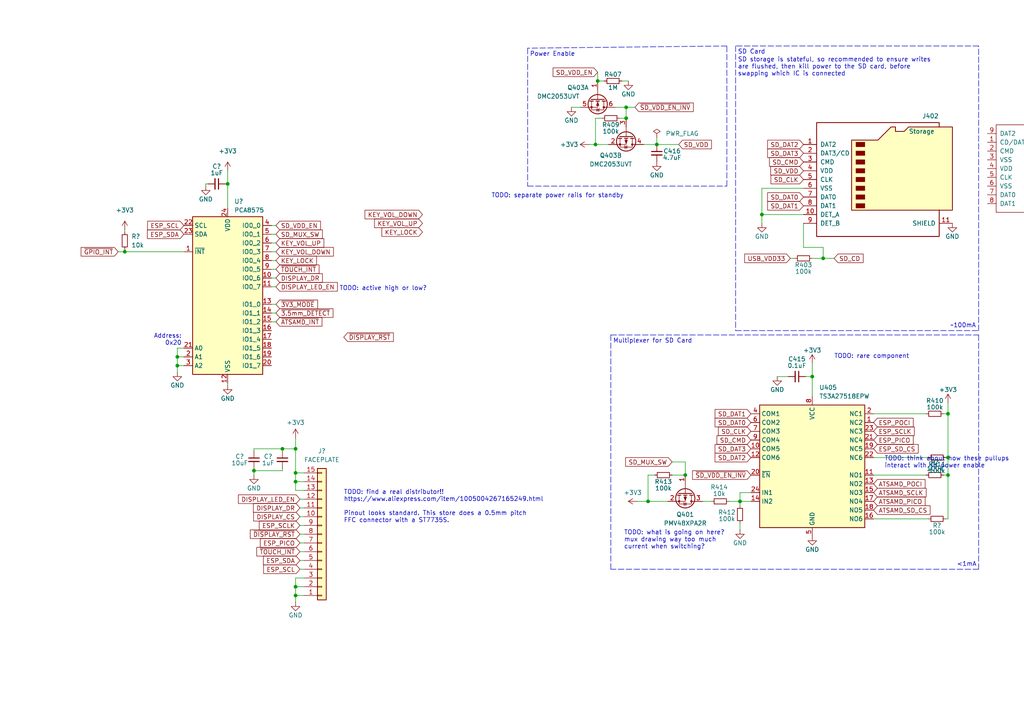
<source format=kicad_sch>
(kicad_sch (version 20211123) (generator eeschema)
  (paper "A4")
  (title_block (title "gay ipod storage + usb interface") (date "2022-09-04") (rev "1"))
  (lib_symbols
    (symbol "Analog_Switch:TS3A27518EPW"
      (property "Reference" "U" (at -13.97 19.05 0))
      (property "Value" "TS3A27518EPW" (at 8.89 19.05 0))
      (symbol "TS3A27518EPW_0_1"
        (rectangle (start 15.24 -17.78) (end -15.24 17.78) (stroke (width 0.254)) (fill (type background)))
      )
      (symbol "TS3A27518EPW_1_1"
        (pin bidirectional line (at 17.78 12.7 180) (length 2.54) (name "NC2") (number "1"))
        (pin bidirectional line (at -17.78 5.08 0) (length 2.54) (name "COM5") (number "10"))
        (pin bidirectional line (at 17.78 -2.54 180) (length 2.54) (name "NO1") (number "11"))
        (pin bidirectional line (at -17.78 2.54 0) (length 2.54) (name "COM6") (number "12"))
        (pin bidirectional line (at 17.78 -5.08 180) (length 2.54) (name "NO2") (number "13"))
        (pin input line (at -17.78 -10.16 0) (length 2.54) (name "IN2") (number "14"))
        (pin bidirectional line (at 17.78 -7.62 180) (length 2.54) (name "NO3") (number "15"))
        (pin bidirectional line (at 17.78 -15.24 180) (length 2.54) (name "NO6") (number "16"))
        (pin bidirectional line (at 17.78 -10.16 180) (length 2.54) (name "NO4") (number "17"))
        (pin bidirectional line (at 17.78 -12.7 180) (length 2.54) (name "NO5") (number "18"))
        (pin bidirectional line (at 17.78 5.08 180) (length 2.54) (name "NC5") (number "19"))
        (pin bidirectional line (at 17.78 15.24 180) (length 2.54) (name "NC1") (number "2"))
        (pin input line (at -17.78 -2.54 0) (length 2.54) (name "~{EN}") (number "20"))
        (pin bidirectional line (at 17.78 7.62 180) (length 2.54) (name "NC4") (number "21"))
        (pin bidirectional line (at 17.78 2.54 180) (length 2.54) (name "NC6") (number "22"))
        (pin bidirectional line (at 17.78 10.16 180) (length 2.54) (name "NC3") (number "23"))
        (pin input line (at -17.78 -7.62 0) (length 2.54) (name "IN1") (number "24"))
        (pin no_connect line (at -15.24 -15.24 0) (length 2.54) hide (name "N.C.") (number "3"))
        (pin bidirectional line (at -17.78 15.24 0) (length 2.54) (name "COM1") (number "4"))
        (pin power_in line (at 0 -20.32 90) (length 2.54) (name "GND") (number "5"))
        (pin bidirectional line (at -17.78 12.7 0) (length 2.54) (name "COM2") (number "6"))
        (pin bidirectional line (at -17.78 10.16 0) (length 2.54) (name "COM3") (number "7"))
        (pin power_in line (at 0 20.32 270) (length 2.54) (name "VCC") (number "8"))
        (pin bidirectional line (at -17.78 7.62 0) (length 2.54) (name "COM4") (number "9"))
      )
    )
    (symbol "Connector:Micro_SD_Card_Det_Hirose_DM3AT" (pin_names (offset 1.016))
      (property "Reference" "J" (at -16.51 17.78 0))
      (property "Value" "Micro_SD_Card_Det_Hirose_DM3AT" (at 16.51 17.78 0))
      (symbol "Micro_SD_Card_Det_Hirose_DM3AT_0_1"
        (rectangle (start -7.62 -6.985) (end -5.08 -8.255) (fill (type outline)))
        (rectangle (start -7.62 -4.445) (end -5.08 -5.715) (fill (type outline)))
        (rectangle (start -7.62 -1.905) (end -5.08 -3.175) (fill (type outline)))
        (rectangle (start -7.62 0.635) (end -5.08 -0.635) (fill (type outline)))
        (rectangle (start -7.62 3.175) (end -5.08 1.905) (fill (type outline)))
        (rectangle (start -7.62 5.715) (end -5.08 4.445) (fill (type outline)))
        (rectangle (start -7.62 8.255) (end -5.08 6.985) (fill (type outline)))
        (rectangle (start -7.62 10.795) (end -5.08 9.525) (fill (type outline)))
        (polyline (pts (xy 16.51 15.24) (xy 16.51 16.51) (xy -19.05 16.51) (xy -19.05 -16.51) (xy 16.51 -16.51) (xy 16.51 -8.89)) (stroke (width 0.254)))
        (polyline (pts (xy -8.89 -8.89) (xy -8.89 11.43) (xy -1.27 11.43) (xy 2.54 15.24) (xy 3.81 15.24) (xy 3.81 13.97) (xy 6.35 13.97) (xy 7.62 15.24) (xy 20.32 15.24) (xy 20.32 -8.89) (xy -8.89 -8.89)) (stroke (width 0.254)) (fill (type background)))
      )
      (symbol "Micro_SD_Card_Det_Hirose_DM3AT_1_1"
        (pin bidirectional line (at -22.86 10.16 0) (length 3.81) (name "DAT2") (number "1"))
        (pin passive line (at -22.86 -10.16 0) (length 3.81) (name "DET_A") (number "10"))
        (pin passive line (at 20.32 -12.7 180) (length 3.81) (name "SHIELD") (number "11"))
        (pin bidirectional line (at -22.86 7.62 0) (length 3.81) (name "DAT3/CD") (number "2"))
        (pin input line (at -22.86 5.08 0) (length 3.81) (name "CMD") (number "3"))
        (pin power_in line (at -22.86 2.54 0) (length 3.81) (name "VDD") (number "4"))
        (pin input line (at -22.86 0 0) (length 3.81) (name "CLK") (number "5"))
        (pin power_in line (at -22.86 -2.54 0) (length 3.81) (name "VSS") (number "6"))
        (pin bidirectional line (at -22.86 -5.08 0) (length 3.81) (name "DAT0") (number "7"))
        (pin bidirectional line (at -22.86 -7.62 0) (length 3.81) (name "DAT1") (number "8"))
        (pin passive line (at -22.86 -12.7 0) (length 3.81) (name "DET_B") (number "9"))
      )
    )
    (symbol "Connector:SD_Card" (pin_names (offset 1.016))
      (property "Reference" "J" (at -16.51 13.97 0))
      (property "Value" "SD_Card" (at 15.24 -13.97 0))
      (symbol "SD_Card_0_1"
        (rectangle (start -8.89 -9.525) (end -6.35 -10.795) (fill (type outline)))
        (rectangle (start -8.89 -6.985) (end -6.35 -8.255) (fill (type outline)))
        (rectangle (start -8.89 -4.445) (end -6.35 -5.715) (fill (type outline)))
        (rectangle (start -8.89 -1.905) (end -6.35 -3.175) (fill (type outline)))
        (rectangle (start -8.89 0.635) (end -6.35 -0.635) (fill (type outline)))
        (rectangle (start -8.89 3.175) (end -6.35 1.905) (fill (type outline)))
        (rectangle (start -8.89 5.715) (end -6.35 4.445) (fill (type outline)))
        (rectangle (start -8.89 8.255) (end -6.35 6.985) (fill (type outline)))
        (rectangle (start -7.62 10.795) (end -5.08 9.525) (fill (type outline)))
        (polyline (pts (xy -10.16 8.89) (xy -7.62 11.43) (xy 20.32 11.43) (xy 20.32 -11.43) (xy -10.16 -11.43) (xy -10.16 8.89)) (fill (type background)))
        (polyline (pts (xy 16.51 11.43) (xy 16.51 12.7) (xy -20.32 12.7) (xy -20.32 -12.7) (xy 16.51 -12.7) (xy 16.51 -11.43)))
      )
      (symbol "SD_Card_1_1"
        (pin input line (at -22.86 7.62 0) (length 2.54) (name "CD/DAT3") (number "1"))
        (pin input line (at 22.86 5.08 180) (length 2.54) (name "CARD_DETECT") (number "10"))
        (pin input line (at 22.86 2.54 180) (length 2.54) (name "WRITE_PROTECT") (number "11"))
        (pin input line (at 22.86 -2.54 180) (length 2.54) (name "SHELL1") (number "12"))
        (pin input line (at 22.86 -5.08 180) (length 2.54) (name "SHELL2") (number "13"))
        (pin input line (at -22.86 5.08 0) (length 2.54) (name "CMD") (number "2"))
        (pin power_in line (at -22.86 2.54 0) (length 2.54) (name "VSS") (number "3"))
        (pin power_in line (at -22.86 0 0) (length 2.54) (name "VDD") (number "4"))
        (pin input line (at -22.86 -2.54 0) (length 2.54) (name "CLK") (number "5"))
        (pin power_in line (at -22.86 -5.08 0) (length 2.54) (name "VSS") (number "6"))
        (pin input line (at -22.86 -7.62 0) (length 2.54) (name "DAT0") (number "7"))
        (pin input line (at -22.86 -10.16 0) (length 2.54) (name "DAT1") (number "8"))
        (pin input line (at -22.86 10.16 0) (length 2.54) (name "DAT2") (number "9"))
      )
    )
    (symbol "Connector_Generic:Conn_01x15" (pin_names (offset 1.016) hide)
      (property "Reference" "J" (at 0 20.32 0))
      (property "Value" "Conn_01x15" (at 0 -20.32 0))
      (symbol "Conn_01x15_1_1"
        (rectangle (start -1.27 -17.653) (end 0 -17.907) (stroke (width 0.1524)))
        (rectangle (start -1.27 -15.113) (end 0 -15.367) (stroke (width 0.1524)))
        (rectangle (start -1.27 -12.573) (end 0 -12.827) (stroke (width 0.1524)))
        (rectangle (start -1.27 -10.033) (end 0 -10.287) (stroke (width 0.1524)))
        (rectangle (start -1.27 -7.493) (end 0 -7.747) (stroke (width 0.1524)))
        (rectangle (start -1.27 -4.953) (end 0 -5.207) (stroke (width 0.1524)))
        (rectangle (start -1.27 -2.413) (end 0 -2.667) (stroke (width 0.1524)))
        (rectangle (start -1.27 0.127) (end 0 -0.127) (stroke (width 0.1524)))
        (rectangle (start -1.27 2.667) (end 0 2.413) (stroke (width 0.1524)))
        (rectangle (start -1.27 5.207) (end 0 4.953) (stroke (width 0.1524)))
        (rectangle (start -1.27 7.747) (end 0 7.493) (stroke (width 0.1524)))
        (rectangle (start -1.27 10.287) (end 0 10.033) (stroke (width 0.1524)))
        (rectangle (start -1.27 12.827) (end 0 12.573) (stroke (width 0.1524)))
        (rectangle (start -1.27 15.367) (end 0 15.113) (stroke (width 0.1524)))
        (rectangle (start -1.27 17.907) (end 0 17.653) (stroke (width 0.1524)))
        (rectangle (start -1.27 19.05) (end 1.27 -19.05) (stroke (width 0.254)) (fill (type background)))
        (pin passive line (at -5.08 17.78 0) (length 3.81) (name "Pin_1") (number "1"))
        (pin passive line (at -5.08 -5.08 0) (length 3.81) (name "Pin_10") (number "10"))
        (pin passive line (at -5.08 -7.62 0) (length 3.81) (name "Pin_11") (number "11"))
        (pin passive line (at -5.08 -10.16 0) (length 3.81) (name "Pin_12") (number "12"))
        (pin passive line (at -5.08 -12.7 0) (length 3.81) (name "Pin_13") (number "13"))
        (pin passive line (at -5.08 -15.24 0) (length 3.81) (name "Pin_14") (number "14"))
        (pin passive line (at -5.08 -17.78 0) (length 3.81) (name "Pin_15") (number "15"))
        (pin passive line (at -5.08 15.24 0) (length 3.81) (name "Pin_2") (number "2"))
        (pin passive line (at -5.08 12.7 0) (length 3.81) (name "Pin_3") (number "3"))
        (pin passive line (at -5.08 10.16 0) (length 3.81) (name "Pin_4") (number "4"))
        (pin passive line (at -5.08 7.62 0) (length 3.81) (name "Pin_5") (number "5"))
        (pin passive line (at -5.08 5.08 0) (length 3.81) (name "Pin_6") (number "6"))
        (pin passive line (at -5.08 2.54 0) (length 3.81) (name "Pin_7") (number "7"))
        (pin passive line (at -5.08 0 0) (length 3.81) (name "Pin_8") (number "8"))
        (pin passive line (at -5.08 -2.54 0) (length 3.81) (name "Pin_9") (number "9"))
      )
    )
    (symbol "Device:C_Small" (pin_numbers hide) (pin_names (offset 0.254) hide)
      (property "Reference" "C" (at 0.254 1.778 0))
      (property "Value" "C_Small" (at 0.254 -2.032 0))
      (symbol "C_Small_0_1"
        (polyline (pts (xy -1.524 -0.508) (xy 1.524 -0.508)) (stroke (width 0.3302)))
        (polyline (pts (xy -1.524 0.508) (xy 1.524 0.508)) (stroke (width 0.3048)))
      )
      (symbol "C_Small_1_1"
        (pin passive line (at 0 2.54 270) (length 2.032) (name "~") (number "1"))
        (pin passive line (at 0 -2.54 90) (length 2.032) (name "~") (number "2"))
      )
    )
    (symbol "Device:Q_PMOS_GSD" (pin_names (offset 0) hide)
      (property "Reference" "Q" (at 5.08 1.27 0))
      (property "Value" "Q_PMOS_GSD" (at 5.08 -1.27 0))
      (symbol "Q_PMOS_GSD_0_1"
        (polyline (pts (xy 0.254 0) (xy -2.54 0)))
        (polyline (pts (xy 0.254 1.905) (xy 0.254 -1.905)) (stroke (width 0.254)))
        (polyline (pts (xy 0.762 -1.27) (xy 0.762 -2.286)) (stroke (width 0.254)))
        (polyline (pts (xy 0.762 0.508) (xy 0.762 -0.508)) (stroke (width 0.254)))
        (polyline (pts (xy 0.762 2.286) (xy 0.762 1.27)) (stroke (width 0.254)))
        (polyline (pts (xy 2.54 2.54) (xy 2.54 1.778)))
        (polyline (pts (xy 2.54 -2.54) (xy 2.54 0) (xy 0.762 0)))
        (polyline (pts (xy 0.762 1.778) (xy 3.302 1.778) (xy 3.302 -1.778) (xy 0.762 -1.778)))
        (polyline (pts (xy 2.286 0) (xy 1.27 0.381) (xy 1.27 -0.381) (xy 2.286 0)) (fill (type outline)))
        (polyline (pts (xy 2.794 -0.508) (xy 2.921 -0.381) (xy 3.683 -0.381) (xy 3.81 -0.254)))
        (polyline (pts (xy 3.302 -0.381) (xy 2.921 0.254) (xy 3.683 0.254) (xy 3.302 -0.381)))
        (circle (center 1.651 0) (radius 2.794) (stroke (width 0.254)))
        (circle (center 2.54 -1.778) (radius 0.254) (fill (type outline)))
        (circle (center 2.54 1.778) (radius 0.254) (fill (type outline)))
      )
      (symbol "Q_PMOS_GSD_1_1"
        (pin input line (at -5.08 0 0) (length 2.54) (name "G") (number "1"))
        (pin passive line (at 2.54 -5.08 90) (length 2.54) (name "S") (number "2"))
        (pin passive line (at 2.54 5.08 270) (length 2.54) (name "D") (number "3"))
      )
    )
    (symbol "Device:R_Small" (pin_numbers hide) (pin_names (offset 0.254) hide)
      (property "Reference" "R" (at 0.762 0.508 0))
      (property "Value" "R_Small" (at 0.762 -1.016 0))
      (symbol "R_Small_0_1"
        (rectangle (start -0.762 1.778) (end 0.762 -1.778) (stroke (width 0.2032)))
      )
      (symbol "R_Small_1_1"
        (pin passive line (at 0 2.54 270) (length 0.762) (name "~") (number "1"))
        (pin passive line (at 0 -2.54 90) (length 0.762) (name "~") (number "2"))
      )
    )
    (symbol "Interface_Expansion:PCA9555D"
      (property "Reference" "U" (at -8.89 24.13 0))
      (property "Value" "PCA9555D" (at 6.35 24.13 0))
      (symbol "PCA9555D_0_1"
        (rectangle (start -10.16 22.86) (end 10.16 -22.86) (stroke (width 0.254)) (fill (type background)))
      )
      (symbol "PCA9555D_1_1"
        (pin open_collector line (at -12.7 12.7 0) (length 2.54) (name "~{INT}") (number "1"))
        (pin bidirectional line (at 12.7 5.08 180) (length 2.54) (name "IO0_6") (number "10"))
        (pin bidirectional line (at 12.7 2.54 180) (length 2.54) (name "IO0_7") (number "11"))
        (pin power_in line (at 0 -25.4 90) (length 2.54) (name "VSS") (number "12"))
        (pin bidirectional line (at 12.7 -2.54 180) (length 2.54) (name "IO1_0") (number "13"))
        (pin bidirectional line (at 12.7 -5.08 180) (length 2.54) (name "IO1_1") (number "14"))
        (pin bidirectional line (at 12.7 -7.62 180) (length 2.54) (name "IO1_2") (number "15"))
        (pin bidirectional line (at 12.7 -10.16 180) (length 2.54) (name "IO1_3") (number "16"))
        (pin bidirectional line (at 12.7 -12.7 180) (length 2.54) (name "IO1_4") (number "17"))
        (pin bidirectional line (at 12.7 -15.24 180) (length 2.54) (name "IO1_5") (number "18"))
        (pin bidirectional line (at 12.7 -17.78 180) (length 2.54) (name "IO1_6") (number "19"))
        (pin input line (at -12.7 -17.78 0) (length 2.54) (name "A1") (number "2"))
        (pin bidirectional line (at 12.7 -20.32 180) (length 2.54) (name "IO1_7") (number "20"))
        (pin input line (at -12.7 -15.24 0) (length 2.54) (name "A0") (number "21"))
        (pin input line (at -12.7 20.32 0) (length 2.54) (name "SCL") (number "22"))
        (pin bidirectional line (at -12.7 17.78 0) (length 2.54) (name "SDA") (number "23"))
        (pin power_in line (at 0 25.4 270) (length 2.54) (name "VDD") (number "24"))
        (pin input line (at -12.7 -20.32 0) (length 2.54) (name "A2") (number "3"))
        (pin bidirectional line (at 12.7 20.32 180) (length 2.54) (name "IO0_0") (number "4"))
        (pin bidirectional line (at 12.7 17.78 180) (length 2.54) (name "IO0_1") (number "5"))
        (pin bidirectional line (at 12.7 15.24 180) (length 2.54) (name "IO0_2") (number "6"))
        (pin bidirectional line (at 12.7 12.7 180) (length 2.54) (name "IO0_3") (number "7"))
        (pin bidirectional line (at 12.7 10.16 180) (length 2.54) (name "IO0_4") (number "8"))
        (pin bidirectional line (at 12.7 7.62 180) (length 2.54) (name "IO0_5") (number "9"))
      )
    )
    (symbol "Transistor_FET:DMC2053UVT" (pin_names hide)
      (property "Reference" "Q" (at 3.175 1.27 0))
      (property "Value" "DMC2053UVT" (at 3.175 -1.27 0))
      (symbol "DMC2053UVT_0_1"
        (circle (center -0.889 0) (radius 2.794) (stroke (width 0.254)))
        (circle (center 0 -1.778) (radius 0.254) (fill (type outline)))
        (polyline (pts (xy -2.286 0) (xy -5.08 0)))
        (polyline (pts (xy -2.286 1.905) (xy -2.286 -1.905)) (stroke (width 0.254)))
        (polyline (pts (xy -1.778 -1.27) (xy -1.778 -2.286)) (stroke (width 0.254)))
        (polyline (pts (xy -1.778 0.508) (xy -1.778 -0.508)) (stroke (width 0.254)))
        (polyline (pts (xy -1.778 2.286) (xy -1.778 1.27)) (stroke (width 0.254)))
        (polyline (pts (xy 0 2.54) (xy 0 1.778)))
        (polyline (pts (xy 0 -2.54) (xy 0 0) (xy -1.778 0)))
        (polyline (pts (xy -1.778 -1.778) (xy 0.762 -1.778) (xy 0.762 1.778) (xy -1.778 1.778)))
        (circle (center 0 1.778) (radius 0.254) (fill (type outline)))
      )
      (symbol "DMC2053UVT_1_1"
        (polyline (pts (xy -1.524 0) (xy -0.508 0.381) (xy -0.508 -0.381) (xy -1.524 0)) (fill (type outline)))
        (polyline (pts (xy 0.254 0.508) (xy 0.381 0.381) (xy 1.143 0.381) (xy 1.27 0.254)))
        (polyline (pts (xy 0.762 0.381) (xy 0.381 -0.254) (xy 1.143 -0.254) (xy 0.762 0.381)))
        (pin passive line (at -7.62 0 0) (length 2.54) (name "G") (number "1"))
        (pin passive line (at 0 -5.08 90) (length 2.54) (name "S") (number "5"))
        (pin passive line (at 0 5.08 270) (length 2.54) (name "D") (number "6"))
      )
      (symbol "DMC2053UVT_2_1"
        (polyline (pts (xy -0.254 0) (xy -1.27 0.381) (xy -1.27 -0.381) (xy -0.254 0)) (fill (type outline)))
        (polyline (pts (xy 0.254 -0.508) (xy 0.381 -0.381) (xy 1.143 -0.381) (xy 1.27 -0.254)))
        (polyline (pts (xy 0.762 -0.381) (xy 0.381 0.254) (xy 1.143 0.254) (xy 0.762 -0.381)))
        (pin passive line (at 0 -5.08 90) (length 2.54) (name "S") (number "2"))
        (pin passive line (at -7.62 0 0) (length 2.54) (name "G") (number "3"))
        (pin passive line (at 0 5.08 270) (length 2.54) (name "D") (number "4"))
      )
    )
    (symbol "power:+3V3" (power) (pin_names (offset 0))
      (property "Value" "+3V3" (at 0 3.556 0))
      (symbol "+3V3_0_1"
        (polyline (pts (xy -0.762 1.27) (xy 0 2.54)))
        (polyline (pts (xy 0 0) (xy 0 2.54)))
        (polyline (pts (xy 0 2.54) (xy 0.762 1.27)))
      )
      (symbol "+3V3_1_1"
        (pin power_in line (at 0 0 90) (length 0) hide (name "+3V3") (number "1"))
      )
    )
    (symbol "power:GND" (power) (pin_names (offset 0))
      (property "Value" "GND" (at 0 -3.81 0))
      (symbol "GND_0_1"
        (polyline (pts (xy 0 0) (xy 0 -1.27) (xy 1.27 -1.27) (xy 0 -2.54) (xy -1.27 -1.27) (xy 0 -1.27)))
      )
      (symbol "GND_1_1"
        (pin power_in line (at 0 0 270) (length 0) hide (name "GND") (number "1"))
      )
    )
    (symbol "power:PWR_FLAG" (power) (pin_numbers hide) (pin_names (offset 0) hide)
      (property "Value" "PWR_FLAG" (at 0 3.81 0))
      (symbol "PWR_FLAG_0_0"
        (pin power_out line (at 0 0 90) (length 0) (name "pwr") (number "1"))
      )
      (symbol "PWR_FLAG_0_1"
        (polyline (pts (xy 0 0) (xy 0 1.27) (xy -1.016 1.905) (xy 0 2.54) (xy 1.016 1.905) (xy 0 1.27)))
      )
    )
  )
  (junction (at 187.96 145.415))
  (junction (at 51.435 106.045))
  (junction (at 36.195 73.025))
  (junction (at 85.725 139.7))
  (junction (at 214.63 145.415))
  (junction (at 198.755 137.795))
  (junction (at 81.915 130.175))
  (junction (at 274.955 132.715))
  (junction (at 235.585 109.22))
  (junction (at 85.725 170.18))
  (junction (at 274.955 137.795))
  (junction (at 220.98 62.23))
  (junction (at 181.61 34.29))
  (junction (at 85.725 172.72))
  (junction (at 274.955 120.015))
  (junction (at 190.5 41.91))
  (junction (at 85.725 137.16))
  (junction (at 66.04 53.34))
  (junction (at 51.435 103.505))
  (junction (at 172.72 41.91))
  (junction (at 173.355 23.495))
  (junction (at 181.61 31.115))
  (junction (at 73.66 136.525))
  (junction (at 85.725 130.175))
  (junction (at 238.76 74.93))
  (wire (pts (xy 51.435 103.505) (xy 51.435 106.045)))
  (wire (pts (xy 51.435 106.045) (xy 51.435 107.95)))
  (wire (pts (xy 86.995 149.86) (xy 88.265 149.86)))
  (wire (pts (xy 165.735 31.115) (xy 168.275 31.115)))
  (wire (pts (xy 173.355 20.955) (xy 173.355 23.495)))
  (wire (pts (xy 80.01 78.105) (xy 78.74 78.105)))
  (wire (pts (xy 229.235 74.93) (xy 230.505 74.93)))
  (wire (pts (xy 190.5 40.005) (xy 190.5 41.91)))
  (wire (pts (xy 274.955 120.015) (xy 274.955 116.84)))
  (wire (pts (xy 73.66 130.175) (xy 81.915 130.175)))
  (wire (pts (xy 238.76 71.755) (xy 238.76 74.93)))
  (wire (pts (xy 174.625 34.29) (xy 172.72 34.29)))
  (wire (pts (xy 233.68 109.22) (xy 235.585 109.22)))
  (wire (pts (xy 85.725 172.72) (xy 88.265 172.72)))
  (wire (pts (xy 187.96 145.415) (xy 193.675 145.415)))
  (wire (pts (xy 225.425 109.22) (xy 228.6 109.22)))
  (wire (pts (xy 66.04 49.53) (xy 66.04 53.34)))
  (wire (pts (xy 170.815 41.91) (xy 172.72 41.91)))
  (wire (pts (xy 36.195 73.025) (xy 53.34 73.025)))
  (wire (pts (xy 178.435 31.115) (xy 181.61 31.115)))
  (wire (pts (xy 86.995 147.32) (xy 88.265 147.32)))
  (polyline (pts (xy 177.165 165.1) (xy 177.165 97.155)))
  (wire (pts (xy 194.945 133.985) (xy 198.755 133.985)))
  (wire (pts (xy 66.04 111.76) (xy 66.04 111.125)))
  (wire (pts (xy 274.955 132.715) (xy 274.955 120.015)))
  (wire (pts (xy 203.835 145.415) (xy 206.375 145.415)))
  (wire (pts (xy 274.32 132.715) (xy 274.955 132.715)))
  (wire (pts (xy 235.585 105.41) (xy 235.585 109.22)))
  (wire (pts (xy 233.045 71.755) (xy 238.76 71.755)))
  (wire (pts (xy 86.995 157.48) (xy 88.265 157.48)))
  (wire (pts (xy 220.98 62.23) (xy 220.98 64.77)))
  (wire (pts (xy 81.915 130.175) (xy 81.915 130.81)))
  (wire (pts (xy 273.685 120.015) (xy 274.955 120.015)))
  (wire (pts (xy 274.32 150.495) (xy 274.955 150.495)))
  (wire (pts (xy 175.26 23.495) (xy 173.355 23.495)))
  (wire (pts (xy 85.725 174.625) (xy 85.725 172.72)))
  (wire (pts (xy 86.995 152.4) (xy 88.265 152.4)))
  (wire (pts (xy 85.725 170.18) (xy 85.725 172.72)))
  (wire (pts (xy 81.915 136.525) (xy 73.66 136.525)))
  (polyline (pts (xy 210.82 13.335) (xy 153.035 13.97)))
  (wire (pts (xy 172.72 41.91) (xy 176.53 41.91)))
  (wire (pts (xy 198.755 133.985) (xy 198.755 137.795)))
  (wire (pts (xy 181.61 31.115) (xy 184.15 31.115)))
  (wire (pts (xy 233.045 64.77) (xy 233.045 71.755)))
  (wire (pts (xy 80.01 80.645) (xy 78.74 80.645)))
  (wire (pts (xy 53.34 103.505) (xy 51.435 103.505)))
  (wire (pts (xy 179.705 34.29) (xy 181.61 34.29)))
  (wire (pts (xy 53.34 100.965) (xy 51.435 100.965)))
  (wire (pts (xy 65.405 53.34) (xy 66.04 53.34)))
  (wire (pts (xy 81.915 135.89) (xy 81.915 136.525)))
  (wire (pts (xy 86.995 154.94) (xy 88.265 154.94)))
  (wire (pts (xy 80.01 67.945) (xy 78.74 67.945)))
  (wire (pts (xy 187.96 137.795) (xy 189.865 137.795)))
  (wire (pts (xy 194.945 137.795) (xy 198.755 137.795)))
  (wire (pts (xy 233.045 54.61) (xy 220.98 54.61)))
  (wire (pts (xy 73.66 137.795) (xy 73.66 136.525)))
  (wire (pts (xy 60.325 53.34) (xy 59.69 53.34)))
  (wire (pts (xy 80.01 83.185) (xy 78.74 83.185)))
  (wire (pts (xy 190.5 41.91) (xy 196.85 41.91)))
  (wire (pts (xy 80.01 90.805) (xy 78.74 90.805)))
  (wire (pts (xy 273.685 137.795) (xy 274.955 137.795)))
  (wire (pts (xy 85.725 137.16) (xy 88.265 137.16)))
  (wire (pts (xy 86.995 160.02) (xy 88.265 160.02)))
  (wire (pts (xy 86.995 165.1) (xy 88.265 165.1)))
  (wire (pts (xy 36.195 66.675) (xy 36.195 67.31)))
  (wire (pts (xy 187.96 145.415) (xy 187.96 137.795)))
  (wire (pts (xy 80.01 73.025) (xy 78.74 73.025)))
  (wire (pts (xy 73.66 130.81) (xy 73.66 130.175)))
  (wire (pts (xy 181.61 31.115) (xy 181.61 34.29)))
  (wire (pts (xy 59.69 53.34) (xy 59.69 53.975)))
  (polyline (pts (xy 213.36 13.335) (xy 213.36 95.885)))
  (wire (pts (xy 214.63 145.415) (xy 217.805 145.415)))
  (polyline (pts (xy 283.845 97.155) (xy 283.845 165.1)))
  (wire (pts (xy 36.195 72.39) (xy 36.195 73.025)))
  (wire (pts (xy 214.63 151.765) (xy 214.63 153.67)))
  (wire (pts (xy 34.29 73.025) (xy 36.195 73.025)))
  (wire (pts (xy 214.63 142.875) (xy 217.805 142.875)))
  (wire (pts (xy 184.785 145.415) (xy 187.96 145.415)))
  (wire (pts (xy 235.585 109.22) (xy 235.585 114.935)))
  (polyline (pts (xy 153.035 13.97) (xy 153.035 53.975)))
  (wire (pts (xy 274.955 150.495) (xy 274.955 137.795)))
  (wire (pts (xy 220.98 62.23) (xy 233.045 62.23)))
  (wire (pts (xy 85.725 142.24) (xy 85.725 139.7)))
  (wire (pts (xy 73.66 136.525) (xy 73.66 135.89)))
  (polyline (pts (xy 153.035 53.975) (xy 210.82 53.975)))
  (wire (pts (xy 88.265 139.7) (xy 85.725 139.7)))
  (wire (pts (xy 274.955 132.715) (xy 274.955 137.795)))
  (wire (pts (xy 86.995 162.56) (xy 88.265 162.56)))
  (wire (pts (xy 268.605 137.795) (xy 253.365 137.795)))
  (polyline (pts (xy 210.82 53.975) (xy 210.82 13.335)))
  (wire (pts (xy 182.245 23.495) (xy 180.34 23.495)))
  (wire (pts (xy 186.69 41.91) (xy 190.5 41.91)))
  (wire (pts (xy 66.04 53.34) (xy 66.04 60.325)))
  (polyline (pts (xy 283.845 13.335) (xy 213.36 13.335)))
  (wire (pts (xy 172.72 34.29) (xy 172.72 41.91)))
  (wire (pts (xy 86.995 144.78) (xy 88.265 144.78)))
  (wire (pts (xy 85.725 130.175) (xy 81.915 130.175)))
  (wire (pts (xy 220.98 54.61) (xy 220.98 62.23)))
  (wire (pts (xy 211.455 145.415) (xy 214.63 145.415)))
  (wire (pts (xy 85.725 127) (xy 85.725 130.175)))
  (wire (pts (xy 88.265 142.24) (xy 85.725 142.24)))
  (wire (pts (xy 85.725 167.64) (xy 85.725 170.18)))
  (wire (pts (xy 268.605 120.015) (xy 253.365 120.015)))
  (polyline (pts (xy 213.36 95.885) (xy 283.845 95.885)))
  (polyline (pts (xy 283.845 95.885) (xy 283.845 13.335)))
  (wire (pts (xy 214.63 142.875) (xy 214.63 145.415)))
  (polyline (pts (xy 283.845 165.1) (xy 177.165 165.1)))
  (wire (pts (xy 85.725 139.7) (xy 85.725 137.16)))
  (wire (pts (xy 53.34 106.045) (xy 51.435 106.045)))
  (wire (pts (xy 80.01 70.485) (xy 78.74 70.485)))
  (wire (pts (xy 269.24 132.715) (xy 253.365 132.715)))
  (wire (pts (xy 51.435 100.965) (xy 51.435 103.505)))
  (wire (pts (xy 80.01 88.265) (xy 78.74 88.265)))
  (wire (pts (xy 85.725 130.175) (xy 85.725 137.16)))
  (polyline (pts (xy 177.165 97.155) (xy 283.845 97.155)))
  (wire (pts (xy 80.01 93.345) (xy 78.74 93.345)))
  (wire (pts (xy 269.24 150.495) (xy 253.365 150.495)))
  (wire (pts (xy 238.76 74.93) (xy 241.935 74.93)))
  (wire (pts (xy 80.01 75.565) (xy 78.74 75.565)))
  (wire (pts (xy 88.265 170.18) (xy 85.725 170.18)))
  (wire (pts (xy 88.265 167.64) (xy 85.725 167.64)))
  (wire (pts (xy 235.585 74.93) (xy 238.76 74.93)))
  (wire (pts (xy 80.01 65.405) (xy 78.74 65.405)))
  (wire (pts (xy 214.63 145.415) (xy 214.63 146.685)))
  (text "<1mA" (at 277.495 164.465 0) (effects (font (size 1.27 1.27)) (justify left bottom)))
  (text "TODO: separate power rails for standby" (at 142.489 57.534 0) (effects (font (size 1.27 1.27)) (justify left bottom)))
  (text "TODO: think about how these pullups\ninteract with sd power enable" (at 256.54 135.89 0) (effects (font (size 1.27 1.27)) (justify left bottom)))
  (text "~100mA" (at 275.59 95.25 0) (effects (font (size 1.27 1.27)) (justify left bottom)))
  (text "Multiplexer for SD Card" (at 177.8 99.695 0) (effects (font (size 1.27 1.27)) (justify left bottom)))
  (text "TODO: rare component" (at 241.935 104.14 0) (effects (font (size 1.27 1.27)) (justify left bottom)))
  (text "SD storage is stateful, so recommended to ensure writes\nare flushed, then kill power to the SD card, before\nswapping which IC is connected" (at 213.995 22.225 0) (effects (font (size 1.27 1.27)) (justify left bottom)))
  (text "TODO: find a real distributor!!\nhttps://www.aliexpress.com/item/1005004267165249.html\n\nPinout looks standard. This store does a 0.5mm pitch\nFFC connector with a ST7735S." (at 99.695 151.765 0) (effects (font (size 1.27 1.27)) (justify left bottom)))
  (text "SD Card" (at 213.995 15.875 0) (effects (font (size 1.27 1.27)) (justify left bottom)))
  (text "TODO: active high or low?" (at 98.425 84.455 0) (effects (font (size 1.27 1.27)) (justify left bottom)))
  (text "TODO: what is going on here?\nmux drawing way too much\ncurrent when switching?" (at 180.975 159.385 0) (effects (font (size 1.27 1.27)) (justify left bottom)))
  (text "Power Enable" (at 153.67 16.51 0) (effects (font (size 1.27 1.27)) (justify left bottom)))
  (text "Address:\n0x20" (at 52.705 100.33 180) (effects (font (size 1.27 1.27)) (justify right bottom)))
  (global_label "SD_DAT0" (shape input) (at 217.805 122.555 180) (property "Intersheet References" "${INTERSHEET_REFS}" (effects hide)))
  (global_label "ESP_POCI" (shape input) (at 253.365 122.555 0) (property "Intersheet References" "${INTERSHEET_REFS}" (effects hide)))
  (global_label "ATSAMD_POCI" (shape input) (at 253.365 140.335 0) (property "Intersheet References" "${INTERSHEET_REFS}" (effects hide)))
  (global_label "DISPLAY_LED_EN" (shape input) (at 86.995 144.78 180) (property "Intersheet References" "${INTERSHEET_REFS}" (effects hide)))
  (global_label "~{ATSAMD_INT}" (shape input) (at 80.01 93.345 0) (property "Intersheet References" "${INTERSHEET_REFS}" (effects hide)))
  (global_label "ATSAMD_SD_CS" (shape input) (at 253.365 147.955 0) (property "Intersheet References" "${INTERSHEET_REFS}" (effects hide)))
  (global_label "ESP_SD_CS" (shape input) (at 253.365 130.175 0) (property "Intersheet References" "${INTERSHEET_REFS}" (effects hide)))
  (global_label "KEY_LOCK" (shape input) (at 122.555 67.31 180) (property "Intersheet References" "${INTERSHEET_REFS}" (effects hide)))
  (global_label "~{3.5mm_DETECT}" (shape input) (at 80.01 90.805 0) (property "Intersheet References" "${INTERSHEET_REFS}" (effects hide)))
  (global_label "SD_VDD" (shape input) (at 196.85 41.91 0) (property "Intersheet References" "${INTERSHEET_REFS}" (effects hide)))
  (global_label "DISPLAY_CS" (shape input) (at 86.995 149.86 180) (property "Intersheet References" "${INTERSHEET_REFS}" (effects hide)))
  (global_label "~{TOUCH_INT}" (shape input) (at 80.01 78.105 0) (property "Intersheet References" "${INTERSHEET_REFS}" (effects hide)))
  (global_label "ESP_PICO" (shape input) (at 86.995 157.48 180) (property "Intersheet References" "${INTERSHEET_REFS}" (effects hide)))
  (global_label "KEY_LOCK" (shape input) (at 80.01 75.565 0) (property "Intersheet References" "${INTERSHEET_REFS}" (effects hide)))
  (global_label "ESP_SDA" (shape input) (at 86.995 162.56 180) (property "Intersheet References" "${INTERSHEET_REFS}" (effects hide)))
  (global_label "SD_CMD" (shape input) (at 217.805 127.635 180) (property "Intersheet References" "${INTERSHEET_REFS}" (effects hide)))
  (global_label "SD_DAT2" (shape input) (at 233.045 41.91 180) (property "Intersheet References" "${INTERSHEET_REFS}" (effects hide)))
  (global_label "ATSAMD_PICO" (shape input) (at 253.365 145.415 0) (property "Intersheet References" "${INTERSHEET_REFS}" (effects hide)))
  (global_label "SD_DAT3" (shape input) (at 233.045 44.45 180) (property "Intersheet References" "${INTERSHEET_REFS}" (effects hide)))
  (global_label "~{DISPLAY_RST}" (shape input) (at 99.695 97.79 0) (property "Intersheet References" "${INTERSHEET_REFS}" (effects hide)))
  (global_label "SD_VDD" (shape input) (at 233.045 49.53 180) (property "Intersheet References" "${INTERSHEET_REFS}" (effects hide)))
  (global_label "ESP_SCL" (shape input) (at 86.995 165.1 180) (property "Intersheet References" "${INTERSHEET_REFS}" (effects hide)))
  (global_label "SD_DAT0" (shape input) (at 233.045 57.15 180) (property "Intersheet References" "${INTERSHEET_REFS}" (effects hide)))
  (global_label "ATSAMD_SCLK" (shape input) (at 253.365 142.875 0) (property "Intersheet References" "${INTERSHEET_REFS}" (effects hide)))
  (global_label "SD_DAT3" (shape input) (at 217.805 130.175 180) (property "Intersheet References" "${INTERSHEET_REFS}" (effects hide)))
  (global_label "SD_DAT2" (shape input) (at 217.805 132.715 180) (property "Intersheet References" "${INTERSHEET_REFS}" (effects hide)))
  (global_label "SD_VDD_EN" (shape input) (at 173.355 20.955 180) (property "Intersheet References" "${INTERSHEET_REFS}" (effects hide)))
  (global_label "DISPLAY_DR" (shape input) (at 80.01 80.645 0) (property "Intersheet References" "${INTERSHEET_REFS}" (effects hide)))
  (global_label "~{TOUCH_INT}" (shape input) (at 86.995 160.02 180) (property "Intersheet References" "${INTERSHEET_REFS}" (effects hide)))
  (global_label "SD_DAT1" (shape input) (at 233.045 59.69 180) (property "Intersheet References" "${INTERSHEET_REFS}" (effects hide)))
  (global_label "ESP_SCLK" (shape input) (at 86.995 152.4 180) (property "Intersheet References" "${INTERSHEET_REFS}" (effects hide)))
  (global_label "DISPLAY_LED_EN" (shape input) (at 80.01 83.185 0) (property "Intersheet References" "${INTERSHEET_REFS}" (effects hide)))
  (global_label "~{DISPLAY_RST}" (shape input) (at 86.995 154.94 180) (property "Intersheet References" "${INTERSHEET_REFS}" (effects hide)))
  (global_label "ESP_PICO" (shape input) (at 253.365 127.635 0) (property "Intersheet References" "${INTERSHEET_REFS}" (effects hide)))
  (global_label "SD_MUX_SW" (shape input) (at 80.01 67.945 0) (property "Intersheet References" "${INTERSHEET_REFS}" (effects hide)))
  (global_label "SD_CMD" (shape input) (at 233.045 46.99 180) (property "Intersheet References" "${INTERSHEET_REFS}" (effects hide)))
  (global_label "SD_CLK" (shape input) (at 217.805 125.095 180) (property "Intersheet References" "${INTERSHEET_REFS}" (effects hide)))
  (global_label "KEY_VOL_UP" (shape input) (at 80.01 70.485 0) (property "Intersheet References" "${INTERSHEET_REFS}" (effects hide)))
  (global_label "SD_MUX_SW" (shape input) (at 194.945 133.985 180) (property "Intersheet References" "${INTERSHEET_REFS}" (effects hide)))
  (global_label "ESP_SDA" (shape input) (at 53.34 67.945 180) (property "Intersheet References" "${INTERSHEET_REFS}" (effects hide)))
  (global_label "SD_VDD_EN" (shape input) (at 80.01 65.405 0) (property "Intersheet References" "${INTERSHEET_REFS}" (effects hide)))
  (global_label "KEY_VOL_DOWN" (shape input) (at 80.01 73.025 0) (property "Intersheet References" "${INTERSHEET_REFS}" (effects hide)))
  (global_label "USB_VDD33" (shape input) (at 229.235 74.93 180) (property "Intersheet References" "${INTERSHEET_REFS}" (effects hide)))
  (global_label "DISPLAY_DR" (shape input) (at 86.995 147.32 180) (property "Intersheet References" "${INTERSHEET_REFS}" (effects hide)))
  (global_label "ESP_SCL" (shape input) (at 53.34 65.405 180) (property "Intersheet References" "${INTERSHEET_REFS}" (effects hide)))
  (global_label "~{GPIO_INT}" (shape input) (at 34.29 73.025 180) (property "Intersheet References" "${INTERSHEET_REFS}" (effects hide)))
  (global_label "SD_CLK" (shape input) (at 233.045 52.07 180) (property "Intersheet References" "${INTERSHEET_REFS}" (effects hide)))
  (global_label "KEY_VOL_DOWN" (shape input) (at 122.555 62.23 180) (property "Intersheet References" "${INTERSHEET_REFS}" (effects hide)))
  (global_label "SD_CD" (shape input) (at 241.935 74.93 0) (property "Intersheet References" "${INTERSHEET_REFS}" (effects hide)))
  (global_label "~{SD_VDD_EN_INV}" (shape input) (at 217.805 137.795 180) (property "Intersheet References" "${INTERSHEET_REFS}" (effects hide)))
  (global_label "~{3V3_MODE}" (shape input) (at 80.01 88.265 0) (property "Intersheet References" "${INTERSHEET_REFS}" (effects hide)))
  (global_label "KEY_VOL_UP" (shape input) (at 122.555 64.77 180) (property "Intersheet References" "${INTERSHEET_REFS}" (effects hide)))
  (global_label "ESP_SCLK" (shape input) (at 253.365 125.095 0) (property "Intersheet References" "${INTERSHEET_REFS}" (effects hide)))
  (global_label "SD_DAT1" (shape input) (at 217.805 120.015 180) (property "Intersheet References" "${INTERSHEET_REFS}" (effects hide)))
  (global_label "~{SD_VDD_EN_INV}" (shape input) (at 184.15 31.115 0) (property "Intersheet References" "${INTERSHEET_REFS}" (effects hide)))
  (symbol (lib_id "power:GND") (at 190.5 46.99 0) (unit 1)
    (property "Reference" "#PWR0423" (effects hide))
    (property "Value" "GND" (at 190.5 50.8 0))
  )
  (symbol (lib_id "power:GND") (at 182.245 23.495 0) (unit 1)
    (property "Reference" "#PWR0401" (effects hide))
    (property "Value" "GND" (at 182.245 27.305 0))
  )
  (symbol (lib_id "Interface_Expansion:PCA9555D") (at 66.04 85.725 0) (unit 1)
    (property "Reference" "U?" (at 67.945 58.42 0) (effects (justify left)))
    (property "Value" "PCA8575" (at 67.945 60.96 0) (effects (justify left)))
    (property "Footprint" "Package_SO:SSOP-24_3.9x8.7mm_P0.635mm" (effects hide))
    (property "Datasheet" "https://www.nxp.com/docs/en/data-sheet/PCA9555.pdf" (effects hide))
    (property "PN" "PCA8575" (effects hide))
  )
  (symbol (lib_id "Device:R_Small") (at 208.915 145.415 270) (mirror x) (unit 1)
    (property "Reference" "R414" (at 208.5975 141.2875 90))
    (property "Value" "10k" (at 208.5975 143.1925 90))
    (property "Footprint" "Resistor_SMD:R_0603_1608Metric" (effects hide))
    (property "PN" "AC0603JR-0710KL" (effects hide))
  )
  (symbol (lib_id "Analog_Switch:TS3A27518EPW") (at 235.585 135.255 0) (unit 1)
    (property "Reference" "U405" (at 237.6044 112.395 0) (effects (justify left)))
    (property "Value" "TS3A27518EPW" (at 237.6044 114.935 0) (effects (justify left)))
    (property "Footprint" "Package_SO:TSSOP-24_4.4x7.8mm_P0.65mm" (effects hide))
    (property "Datasheet" "http://www.ti.com/lit/ds/symlink/ts3a27518e.pdf" (effects hide))
    (property "PN" "TS3A27518EPW" (effects hide))
  )
  (symbol (lib_id "Device:C_Small") (at 190.5 44.45 0) (unit 1)
    (property "Reference" "C416" (at 194.945 43.815 0))
    (property "Value" "4.7uF" (at 194.945 45.72 0))
    (property "Footprint" "Capacitor_SMD:C_0805_2012Metric" (effects hide))
    (property "PN" "EMK212BJ475KD-T" (effects hide))
  )
  (symbol (lib_id "Transistor_FET:DMC2053UVT") (at 173.355 31.115 270) (unit 1)
    (property "Reference" "Q403" (at 167.64 25.4 90))
    (property "Value" "DMC2053UVT" (at 161.925 27.94 90))
    (property "Footprint" "Package_TO_SOT_SMD:TSOT-23-6" (effects hide))
    (property "PN" "DMC2053UVT" (effects hide))
  )
  (symbol (lib_id "Device:C_Small") (at 231.14 109.22 270) (unit 1)
    (property "Reference" "C415" (at 231.14 104.14 90))
    (property "Value" "0.1uF" (at 231.14 106.045 90))
    (property "Footprint" "Capacitor_SMD:C_0805_2012Metric" (effects hide))
    (property "PN" "0805YD104KAT2A" (effects hide))
  )
  (symbol (lib_id "power:GND") (at 59.69 53.975 0) (unit 1)
    (property "Reference" "#PWR?" (effects hide))
    (property "Value" "GND" (at 59.69 57.785 0))
  )
  (symbol (lib_id "Device:C_Small") (at 62.865 53.34 270) (unit 1)
    (property "Reference" "C?" (at 62.865 48.26 90))
    (property "Value" "1uF" (at 62.865 50.165 90))
    (property "Footprint" "Capacitor_SMD:C_0805_2012Metric" (effects hide))
    (property "PN" "EMK212BJ105KG-T" (effects hide))
  )
  (symbol (lib_id "Connector_Generic:Conn_01x15") (at 93.345 154.94 0) (mirror x) (unit 1)
    (property "Reference" "J?" (at 93.345 130.81 0))
    (property "Value" "FACEPLATE" (at 93.345 133.35 0))
    (property "Footprint" "Connector_FFC-FPC:Molex_200528-0150_1x15-1MP_P1.00mm_Horizontal" (effects hide))
  )
  (symbol (lib_id "power:GND") (at 165.735 31.115 0) (unit 1)
    (property "Reference" "#PWR0407" (effects hide))
    (property "Value" "GND" (at 165.735 34.925 0))
  )
  (symbol (lib_id "Transistor_FET:DMC2053UVT") (at 181.61 41.91 270) (unit 2)
    (property "Reference" "Q403" (at 177.165 45.085 90))
    (property "Value" "DMC2053UVT" (at 177.165 47.625 90))
    (property "Footprint" "Package_TO_SOT_SMD:TSOT-23-6" (effects hide))
    (property "PN" "DMC2053UVT" (effects hide))
  )
  (symbol (lib_id "power:GND") (at 214.63 153.67 0) (unit 1)
    (property "Reference" "#PWR0426" (effects hide))
    (property "Value" "GND" (at 214.63 157.48 0))
  )
  (symbol (lib_id "power:GND") (at 225.425 109.22 0) (unit 1)
    (property "Reference" "#PWR0418" (effects hide))
    (property "Value" "GND" (at 225.425 113.03 0))
  )
  (symbol (lib_id "Device:R_Small") (at 271.145 120.015 90) (unit 1)
    (property "Reference" "R410" (at 271.145 116.205 90))
    (property "Value" "100k" (at 271.145 118.11 90))
    (property "Footprint" "Resistor_SMD:R_0603_1608Metric" (effects hide))
    (property "PN" "RC0603JR-10100KL" (effects hide))
  )
  (symbol (lib_id "power:GND") (at 73.66 137.795 0) (unit 1)
    (property "Reference" "#PWR?" (effects hide))
    (property "Value" "GND" (at 73.66 141.605 0))
  )
  (symbol (lib_id "Device:R_Small") (at 192.405 137.795 90) (unit 1)
    (property "Reference" "R413" (at 192.405 139.7 90))
    (property "Value" "100k" (at 192.405 141.605 90))
    (property "Footprint" "Resistor_SMD:R_0603_1608Metric" (effects hide))
    (property "PN" "RC0603JR-10100KL" (effects hide))
  )
  (symbol (lib_id "Device:R_Small") (at 271.145 137.795 90) (unit 1)
    (property "Reference" "R?" (at 271.145 133.985 90))
    (property "Value" "100k" (at 271.145 135.89 90))
    (property "Footprint" "Resistor_SMD:R_0603_1608Metric" (effects hide))
    (property "PN" "RC0603JR-10100KL" (effects hide))
  )
  (symbol (lib_id "power:+3V3") (at 274.955 116.84 0) (unit 1)
    (property "Reference" "#PWR0411" (effects hide))
    (property "Value" "+3V3" (at 274.955 113.03 0))
  )
  (symbol (lib_id "Device:C_Small") (at 81.915 133.35 0) (unit 1)
    (property "Reference" "C?" (at 77.7875 132.3975 0))
    (property "Value" "1uF" (at 77.7875 134.3025 0))
    (property "Footprint" "Capacitor_SMD:C_0805_2012Metric" (effects hide))
    (property "PN" "EMK212BJ105KG-T" (effects hide))
  )
  (symbol (lib_id "Device:R_Small") (at 233.045 74.93 90) (unit 1)
    (property "Reference" "R403" (at 233.045 76.835 90))
    (property "Value" "100k" (at 233.045 78.74 90))
    (property "Footprint" "Resistor_SMD:R_0603_1608Metric" (effects hide))
    (property "PN" "RC0603JR-10100KL" (effects hide))
  )
  (symbol (lib_id "Device:Q_PMOS_GSD") (at 198.755 142.875 270) (unit 1)
    (property "Reference" "Q401" (at 198.755 149.225 90))
    (property "Value" "PMV48XPA2R" (at 198.755 151.765 90))
    (property "Footprint" "Package_TO_SOT_SMD:SOT-23" (effects hide))
    (property "PN" "PMV48XPA2R" (effects hide))
  )
  (symbol (lib_id "power:GND") (at 276.225 64.77 0) (unit 1)
    (property "Reference" "#PWR0119" (effects hide))
    (property "Value" "GND" (at 276.225 68.58 0))
  )
  (symbol (lib_id "power:+3V3") (at 85.725 127 0) (unit 1)
    (property "Reference" "#PWR?" (effects hide))
    (property "Value" "+3V3" (at 85.725 122.555 0))
  )
  (symbol (lib_id "power:+3V3") (at 184.785 145.415 90) (unit 1)
    (property "Reference" "#PWR0412" (effects hide))
    (property "Value" "+3V3" (at 183.515 142.875 90))
  )
  (symbol (lib_id "power:GND") (at 85.725 174.625 0) (unit 1)
    (property "Reference" "#PWR?" (effects hide))
    (property "Value" "GND" (at 85.725 178.435 0))
  )
  (symbol (lib_id "power:PWR_FLAG") (at 190.5 40.005 0) (unit 1)
    (property "Reference" "#FLG0106" (effects hide))
    (property "Value" "PWR_FLAG" (at 193.04 38.7349 0) (effects (justify left)))
  )
  (symbol (lib_id "Device:R_Small") (at 36.195 69.85 0) (unit 1)
    (property "Reference" "R?" (at 38.1 68.58 0) (effects (justify left)))
    (property "Value" "10k" (at 38.1 71.12 0) (effects (justify left)))
  )
  (symbol (lib_id "Device:R_Small") (at 214.63 149.225 0) (unit 1)
    (property "Reference" "R412" (at 210.82 148.59 0))
    (property "Value" "100k" (at 210.82 150.495 0))
    (property "Footprint" "Resistor_SMD:R_0603_1608Metric" (effects hide))
    (property "PN" "RC0603JR-10100KL" (effects hide))
  )
  (symbol (lib_id "power:GND") (at 66.04 111.76 0) (unit 1)
    (property "Reference" "#PWR?" (effects hide))
    (property "Value" "GND" (at 66.04 115.57 0))
  )
  (symbol (lib_id "Connector:SD_Card") (at 309.245 48.895 0) (unit 1)
    (property "Reference" "J?" (at 309.245 30.48 0))
    (property "Value" "SD_Card" (at 309.245 33.02 0))
    (property "Datasheet" "http://portal.fciconnect.com/Comergent//fci/drawing/10067847.pdf" (effects hide))
  )
  (symbol (lib_id "Connector:Micro_SD_Card_Det_Hirose_DM3AT") (at 255.905 52.07 0) (unit 1)
    (property "Reference" "J402" (at 269.875 33.655 0))
    (property "Value" "Storage" (at 267.335 38.1 0))
    (property "Footprint" "Connector_Card:microSD_HC_Hirose_DM3AT-SF-PEJM5" (effects hide))
    (property "Datasheet" "https://www.hirose.com/product/en/download_file/key_name/DM3/category/Catalog/doc_file_id/49662/?file_category_id=4&item_id=195&is_series=1" (effects hide))
    (property "PN" "DM3AT-SF-PEJM5" (effects hide))
  )
  (symbol (lib_id "Device:R_Small") (at 271.78 132.715 270) (unit 1)
    (property "Reference" "R411" (at 271.78 134.62 90))
    (property "Value" "100k" (at 271.78 136.525 90))
    (property "Footprint" "Resistor_SMD:R_0603_1608Metric" (effects hide))
    (property "PN" "RC0603JR-10100KL" (effects hide))
  )
  (symbol (lib_id "power:+3V3") (at 235.585 105.41 0) (unit 1)
    (property "Reference" "#PWR0417" (effects hide))
    (property "Value" "+3V3" (at 235.585 101.6 0))
  )
  (symbol (lib_id "power:+3V3") (at 66.04 49.53 0) (unit 1)
    (property "Reference" "#PWR?" (effects hide))
    (property "Value" "+3V3" (at 66.04 43.815 0))
  )
  (symbol (lib_id "Device:R_Small") (at 177.8 23.495 90) (unit 1)
    (property "Reference" "R407" (at 177.8 21.59 90))
    (property "Value" "1M" (at 177.8 25.4 90))
    (property "Footprint" "Resistor_SMD:R_0603_1608Metric" (effects hide))
    (property "PN" "AC0603FR-131ML" (effects hide))
  )
  (symbol (lib_id "Device:C_Small") (at 73.66 133.35 0) (unit 1)
    (property "Reference" "C?" (at 69.5325 132.3975 0))
    (property "Value" "10uF" (at 69.5325 134.3025 0))
    (property "Footprint" "Capacitor_SMD:C_0805_2012Metric" (effects hide))
    (property "PN" "EMK212ABJ106KG-T" (effects hide))
  )
  (symbol (lib_id "power:+3V3") (at 170.815 41.91 90) (unit 1)
    (property "Reference" "#PWR0422" (effects hide))
    (property "Value" "+3V3" (at 165.1 41.91 90))
  )
  (symbol (lib_id "Device:R_Small") (at 177.165 34.29 90) (unit 1)
    (property "Reference" "R409" (at 177.165 36.195 90))
    (property "Value" "100k" (at 177.165 38.1 90))
    (property "Footprint" "Resistor_SMD:R_0603_1608Metric" (effects hide))
    (property "PN" "RC0603JR-10100KL" (effects hide))
  )
  (symbol (lib_id "power:+3V3") (at 36.195 66.675 0) (unit 1)
    (property "Reference" "#PWR?" (effects hide))
    (property "Value" "+3V3" (at 36.195 60.96 0))
  )
  (symbol (lib_id "power:GND") (at 235.585 155.575 0) (unit 1)
    (property "Reference" "#PWR0427" (effects hide))
    (property "Value" "GND" (at 235.585 159.385 0))
  )
  (symbol (lib_id "Device:R_Small") (at 271.78 150.495 270) (unit 1)
    (property "Reference" "R?" (at 271.78 152.4 90))
    (property "Value" "100k" (at 271.78 154.305 90))
    (property "Footprint" "Resistor_SMD:R_0603_1608Metric" (effects hide))
    (property "PN" "RC0603JR-10100KL" (effects hide))
  )
  (symbol (lib_id "power:GND") (at 220.98 64.77 0) (unit 1)
    (property "Reference" "#PWR0124" (effects hide))
    (property "Value" "GND" (at 220.98 68.58 0))
  )
  (symbol (lib_id "power:GND") (at 51.435 107.95 0) (unit 1)
    (property "Reference" "#PWR?" (effects hide))
    (property "Value" "GND" (at 51.435 111.76 0))
  )
)
</source>
